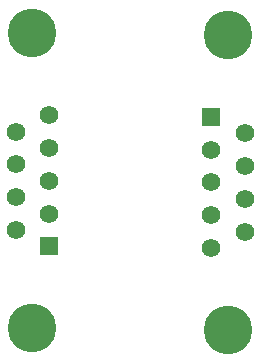
<source format=gbl>
G04*
G04 #@! TF.GenerationSoftware,Altium Limited,Altium Designer,23.3.1 (30)*
G04*
G04 Layer_Physical_Order=2*
G04 Layer_Color=16711680*
%FSLAX44Y44*%
%MOMM*%
G71*
G04*
G04 #@! TF.SameCoordinates,A51BE0CB-2EC6-4780-A809-610C83DCC7D3*
G04*
G04*
G04 #@! TF.FilePolarity,Positive*
G04*
G01*
G75*
%ADD19C,1.5750*%
%ADD20R,1.5750X1.5750*%
%ADD21C,4.1160*%
D19*
X170900Y214250D02*
D03*
X142500Y200400D02*
D03*
X170900Y186550D02*
D03*
X142500Y172700D02*
D03*
X170900Y158850D02*
D03*
X142500Y145000D02*
D03*
X170900Y131150D02*
D03*
X142500Y117300D02*
D03*
X308300Y102050D02*
D03*
X336700Y115900D02*
D03*
X308300Y129750D02*
D03*
X336700Y143600D02*
D03*
X308300Y157450D02*
D03*
X336700Y171300D02*
D03*
X308300Y185150D02*
D03*
X336700Y199000D02*
D03*
D20*
X170900Y103450D02*
D03*
X308300Y212850D02*
D03*
D21*
X156700Y283800D02*
D03*
Y33900D02*
D03*
X322500Y32500D02*
D03*
Y282400D02*
D03*
M02*

</source>
